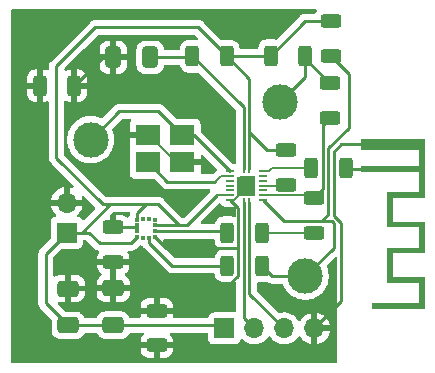
<source format=gbr>
%TF.GenerationSoftware,KiCad,Pcbnew,9.0.0*%
%TF.CreationDate,2025-03-07T11:03:18+01:00*%
%TF.ProjectId,PCB_rigide,5043425f-7269-4676-9964-652e6b696361,rev?*%
%TF.SameCoordinates,Original*%
%TF.FileFunction,Copper,L1,Top*%
%TF.FilePolarity,Positive*%
%FSLAX46Y46*%
G04 Gerber Fmt 4.6, Leading zero omitted, Abs format (unit mm)*
G04 Created by KiCad (PCBNEW 9.0.0) date 2025-03-07 11:03:18*
%MOMM*%
%LPD*%
G01*
G04 APERTURE LIST*
G04 Aperture macros list*
%AMRoundRect*
0 Rectangle with rounded corners*
0 $1 Rounding radius*
0 $2 $3 $4 $5 $6 $7 $8 $9 X,Y pos of 4 corners*
0 Add a 4 corners polygon primitive as box body*
4,1,4,$2,$3,$4,$5,$6,$7,$8,$9,$2,$3,0*
0 Add four circle primitives for the rounded corners*
1,1,$1+$1,$2,$3*
1,1,$1+$1,$4,$5*
1,1,$1+$1,$6,$7*
1,1,$1+$1,$8,$9*
0 Add four rect primitives between the rounded corners*
20,1,$1+$1,$2,$3,$4,$5,0*
20,1,$1+$1,$4,$5,$6,$7,0*
20,1,$1+$1,$6,$7,$8,$9,0*
20,1,$1+$1,$8,$9,$2,$3,0*%
%AMFreePoly0*
4,1,14,0.849707,0.749707,0.850000,0.749000,0.850000,-0.749000,0.849707,-0.749707,0.849000,-0.750000,-0.750000,-0.750000,-0.750000,-0.550414,-0.849707,-0.450707,-0.850000,-0.450000,-0.850000,0.749000,-0.849707,0.749707,-0.849000,0.750000,0.849000,0.750000,0.849707,0.749707,0.849707,0.749707,$1*%
G04 Aperture macros list end*
%TA.AperFunction,EtchedComponent*%
%ADD10C,0.000000*%
%TD*%
%TA.AperFunction,ComponentPad*%
%ADD11C,3.000000*%
%TD*%
%TA.AperFunction,SMDPad,CuDef*%
%ADD12RoundRect,0.250000X-0.312500X-0.625000X0.312500X-0.625000X0.312500X0.625000X-0.312500X0.625000X0*%
%TD*%
%TA.AperFunction,ConnectorPad*%
%ADD13R,0.500000X0.500000*%
%TD*%
%TA.AperFunction,ComponentPad*%
%ADD14R,0.500000X0.900000*%
%TD*%
%TA.AperFunction,SMDPad,CuDef*%
%ADD15RoundRect,0.250000X-0.625000X0.312500X-0.625000X-0.312500X0.625000X-0.312500X0.625000X0.312500X0*%
%TD*%
%TA.AperFunction,SMDPad,CuDef*%
%ADD16RoundRect,0.250000X0.625000X-0.312500X0.625000X0.312500X-0.625000X0.312500X-0.625000X-0.312500X0*%
%TD*%
%TA.AperFunction,SMDPad,CuDef*%
%ADD17RoundRect,0.250000X0.650000X-0.412500X0.650000X0.412500X-0.650000X0.412500X-0.650000X-0.412500X0*%
%TD*%
%TA.AperFunction,ComponentPad*%
%ADD18O,1.700000X1.700000*%
%TD*%
%TA.AperFunction,ComponentPad*%
%ADD19R,1.700000X1.700000*%
%TD*%
%TA.AperFunction,SMDPad,CuDef*%
%ADD20RoundRect,0.250000X0.312500X0.625000X-0.312500X0.625000X-0.312500X-0.625000X0.312500X-0.625000X0*%
%TD*%
%TA.AperFunction,SMDPad,CuDef*%
%ADD21R,2.100000X1.800000*%
%TD*%
%TA.AperFunction,SMDPad,CuDef*%
%ADD22R,0.350000X0.300000*%
%TD*%
%TA.AperFunction,SMDPad,CuDef*%
%ADD23R,0.300000X0.350000*%
%TD*%
%TA.AperFunction,SMDPad,CuDef*%
%ADD24RoundRect,0.060500X-0.269500X0.049500X-0.269500X-0.049500X0.269500X-0.049500X0.269500X0.049500X0*%
%TD*%
%TA.AperFunction,SMDPad,CuDef*%
%ADD25RoundRect,0.060500X-0.049500X0.269500X-0.049500X-0.269500X0.049500X-0.269500X0.049500X0.269500X0*%
%TD*%
%TA.AperFunction,SMDPad,CuDef*%
%ADD26FreePoly0,270.000000*%
%TD*%
%TA.AperFunction,SMDPad,CuDef*%
%ADD27RoundRect,0.250000X0.412500X0.650000X-0.412500X0.650000X-0.412500X-0.650000X0.412500X-0.650000X0*%
%TD*%
%TA.AperFunction,Conductor*%
%ADD28C,0.150000*%
%TD*%
%TA.AperFunction,Conductor*%
%ADD29C,0.250000*%
%TD*%
G04 APERTURE END LIST*
D10*
%TA.AperFunction,EtchedComponent*%
%TO.C,AE1*%
G36*
X106800215Y-35364000D02*
G01*
X111957000Y-35364000D01*
X111957000Y-40364000D01*
X109317000Y-40364000D01*
X109317000Y-42364000D01*
X111957000Y-42364000D01*
X111957000Y-45064000D01*
X109317000Y-45064000D01*
X109317000Y-47064000D01*
X111957000Y-47064000D01*
X111957000Y-49764000D01*
X107517000Y-49764000D01*
X107517000Y-49264000D01*
X111457000Y-49264000D01*
X111457000Y-47564000D01*
X108817000Y-47564000D01*
X108817000Y-44564000D01*
X111457000Y-44564000D01*
X111457000Y-42864000D01*
X108817000Y-42864000D01*
X108817000Y-39864000D01*
X111457000Y-39864000D01*
X111457000Y-38164000D01*
X106557000Y-38164000D01*
X106557000Y-37664000D01*
X111457000Y-37664000D01*
X111457000Y-36264000D01*
X106557000Y-36264000D01*
X106557000Y-35788844D01*
X106660957Y-35788844D01*
X106661700Y-35837363D01*
X106674600Y-35882878D01*
X106685213Y-35901489D01*
X106720447Y-35935132D01*
X106765632Y-35955691D01*
X106815158Y-35962222D01*
X106863417Y-35953782D01*
X106895643Y-35936888D01*
X106928313Y-35901628D01*
X106948408Y-35856318D01*
X106954982Y-35806733D01*
X106947092Y-35758647D01*
X106930186Y-35725755D01*
X106893416Y-35690815D01*
X106848622Y-35671153D01*
X106800215Y-35666417D01*
X106752605Y-35676258D01*
X106710203Y-35700326D01*
X106677419Y-35738269D01*
X106673065Y-35746181D01*
X106660957Y-35788844D01*
X106557000Y-35788844D01*
X106557000Y-35364000D01*
X106800215Y-35364000D01*
G37*
%TD.AperFunction*%
%TD*%
D11*
%TO.P,J3,1,Pin_1*%
%TO.N,XO_N*%
X83693000Y-35433000D03*
%TD*%
D12*
%TO.P,R12,1*%
%TO.N,RF_TX*%
X102358000Y-37846000D03*
%TO.P,R12,2*%
X105283000Y-37846000D03*
%TD*%
D13*
%TO.P,AE1,1*%
%TO.N,RF_TX*%
X106807000Y-37914000D03*
D14*
%TO.P,AE1,2*%
%TO.N,GND*%
X106807000Y-35814000D03*
%TD*%
D15*
%TO.P,R10,1*%
%TO.N,VCC*%
X104013000Y-25400000D03*
%TO.P,R10,2*%
%TO.N,I2C_SCL*%
X104013000Y-28325000D03*
%TD*%
D16*
%TO.P,R4,2*%
%TO.N,I2C_SDA*%
X102616000Y-40386000D03*
%TO.P,R4,1*%
X102616000Y-43311000D03*
%TD*%
D15*
%TO.P,R1,2*%
%TO.N,VCC*%
X100203000Y-39243000D03*
%TO.P,R1,1*%
X100203000Y-36318000D03*
%TD*%
D12*
%TO.P,R9,1*%
%TO.N,GND*%
X79371000Y-30861000D03*
%TO.P,R9,2*%
X82296000Y-30861000D03*
%TD*%
D17*
%TO.P,C1,2*%
%TO.N,GND*%
X85598000Y-48006000D03*
%TO.P,C1,1*%
%TO.N,VCC*%
X85598000Y-51131000D03*
%TD*%
D16*
%TO.P,R8,1*%
%TO.N,GND*%
X89281000Y-52836000D03*
%TO.P,R8,2*%
X89281000Y-49911000D03*
%TD*%
%TO.P,R6,1*%
%TO.N,GND*%
X85598000Y-45785500D03*
%TO.P,R6,2*%
X85598000Y-42860500D03*
%TD*%
D18*
%TO.P,J2,4,Pin_4*%
%TO.N,GND*%
X102616000Y-51409600D03*
%TO.P,J2,3,Pin_3*%
%TO.N,UART_TX*%
X100076000Y-51409600D03*
%TO.P,J2,2,Pin_2*%
%TO.N,UART_RX*%
X97536000Y-51409600D03*
D19*
%TO.P,J2,1,Pin_1*%
%TO.N,VCC*%
X94996000Y-51409600D03*
%TD*%
D12*
%TO.P,R7,1*%
%TO.N,I2C_SDA*%
X95250000Y-43307000D03*
%TO.P,R7,2*%
X98175000Y-43307000D03*
%TD*%
D16*
%TO.P,R2,1*%
%TO.N,I2C_SDA*%
X103936800Y-33582800D03*
%TO.P,R2,2*%
X103936800Y-30657800D03*
%TD*%
D20*
%TO.P,R5,1*%
%TO.N,VCC*%
X95227000Y-28371800D03*
%TO.P,R5,2*%
%TO.N,Net-(U1-EN)*%
X92302000Y-28371800D03*
%TD*%
D21*
%TO.P,Y1,1,1*%
%TO.N,XO_P*%
X88540000Y-37352000D03*
%TO.P,Y1,2,2*%
%TO.N,GND*%
X91440000Y-37352000D03*
%TO.P,Y1,3,3*%
%TO.N,XO_N*%
X91440000Y-35052000D03*
%TO.P,Y1,4,4*%
%TO.N,GND*%
X88540000Y-35052000D03*
%TD*%
D19*
%TO.P,J1,1,Pin_1*%
%TO.N,VCC*%
X81661000Y-43307000D03*
D18*
%TO.P,J1,2,Pin_2*%
%TO.N,GND*%
X81661000Y-40767000D03*
%TD*%
D22*
%TO.P,U2,1,SDO*%
%TO.N,GND*%
X89163000Y-43689000D03*
%TO.P,U2,2,SDX*%
%TO.N,I2C_SDA*%
X89163000Y-43189000D03*
%TO.P,U2,3,VDDIO*%
%TO.N,VCC*%
X89163000Y-42689000D03*
%TO.P,U2,4*%
%TO.N,N/C*%
X89163000Y-42189000D03*
D23*
%TO.P,U2,5,INT1*%
%TO.N,unconnected-(U2-INT1-Pad5)*%
X88638000Y-42164000D03*
%TO.P,U2,6,INT2*%
%TO.N,unconnected-(U2-INT2-Pad6)*%
X88138000Y-42164000D03*
D22*
%TO.P,U2,7,VDD*%
%TO.N,VCC*%
X87613000Y-42189000D03*
%TO.P,U2,8,GNDIO*%
%TO.N,GND*%
X87613000Y-42689000D03*
%TO.P,U2,9,GND*%
X87613000Y-43189000D03*
%TO.P,U2,10,~{CSB}*%
%TO.N,VCC*%
X87613000Y-43689000D03*
D23*
%TO.P,U2,11*%
%TO.N,N/C*%
X88138000Y-43714000D03*
%TO.P,U2,12,SCX*%
%TO.N,I2C_SCL*%
X88638000Y-43714000D03*
%TD*%
D17*
%TO.P,C2,1*%
%TO.N,VCC*%
X81788000Y-51155600D03*
%TO.P,C2,2*%
%TO.N,GND*%
X81788000Y-48030600D03*
%TD*%
D11*
%TO.P,J5,1,Pin_1*%
%TO.N,I2C_SDA*%
X99695000Y-32258000D03*
%TD*%
D12*
%TO.P,R3,1*%
%TO.N,I2C_SCL*%
X95246000Y-46101000D03*
%TO.P,R3,2*%
X98171000Y-46101000D03*
%TD*%
D11*
%TO.P,J4,1,Pin_1*%
%TO.N,I2C_SCL*%
X101854000Y-46990000D03*
%TD*%
D24*
%TO.P,U1,1,XO_N*%
%TO.N,XO_N*%
X95454600Y-38121800D03*
%TO.P,U1,2,XO_P*%
%TO.N,XO_P*%
X95454600Y-38521800D03*
%TO.P,U1,3,MGPIO7*%
%TO.N,unconnected-(U1-MGPIO7-Pad3)*%
X95454600Y-38921800D03*
%TO.P,U1,4,MGPIO6*%
%TO.N,unconnected-(U1-MGPIO6-Pad4)*%
X95454600Y-39321800D03*
%TO.P,U1,5,MGPIO5*%
%TO.N,unconnected-(U1-MGPIO5-Pad5)*%
X95454600Y-39721800D03*
%TO.P,U1,6,SW0*%
%TO.N,VCC*%
X95454600Y-40121800D03*
%TO.P,U1,7,SW1*%
%TO.N,GND*%
X95454600Y-40521800D03*
D25*
%TO.P,U1,8,RX/GPIO0*%
%TO.N,UART_RX*%
X96629600Y-40741800D03*
%TO.P,U1,9,TX/GPIO1*%
%TO.N,UART_TX*%
X97129600Y-40746800D03*
D24*
%TO.P,U1,10,GPIO2*%
%TO.N,I2C_SCL*%
X98304600Y-40521800D03*
%TO.P,U1,11,GPIO3*%
%TO.N,I2C_SDA*%
X98304600Y-40121800D03*
%TO.P,U1,12,MGPIO4*%
%TO.N,unconnected-(U1-MGPIO4-Pad12)*%
X98304600Y-39721800D03*
%TO.P,U1,13,VDDQ*%
%TO.N,VCC*%
X98304600Y-39321800D03*
%TO.P,U1,14,RTC_P*%
%TO.N,unconnected-(U1-RTC_P-Pad14)*%
X98304600Y-38921800D03*
%TO.P,U1,15,RTC_N*%
%TO.N,unconnected-(U1-RTC_N-Pad15)*%
X98304600Y-38521800D03*
%TO.P,U1,16,RF_TX*%
%TO.N,RF_TX*%
X98304600Y-38121800D03*
D25*
%TO.P,U1,17,VCC*%
%TO.N,VCC*%
X97129600Y-37896800D03*
%TO.P,U1,18,EN*%
%TO.N,Net-(U1-EN)*%
X96629600Y-37896800D03*
D26*
%TO.P,U1,19,GND*%
%TO.N,GND*%
X96879600Y-39321800D03*
%TD*%
D27*
%TO.P,C3,1*%
%TO.N,Net-(U1-EN)*%
X88723000Y-28448000D03*
%TO.P,C3,2*%
%TO.N,GND*%
X85598000Y-28448000D03*
%TD*%
D12*
%TO.P,R11,1*%
%TO.N,VCC*%
X98929000Y-28321000D03*
%TO.P,R11,2*%
%TO.N,I2C_SDA*%
X101854000Y-28321000D03*
%TD*%
D28*
%TO.N,GND*%
X90946000Y-37352000D02*
X91440000Y-37352000D01*
X88646000Y-35052000D02*
X90946000Y-37352000D01*
X88540000Y-35052000D02*
X88646000Y-35052000D01*
D29*
%TO.N,I2C_SDA*%
X103366000Y-39636000D02*
X102616000Y-40386000D01*
X103366000Y-34153600D02*
X103366000Y-39636000D01*
X103936800Y-33582800D02*
X103366000Y-34153600D01*
%TO.N,I2C_SCL*%
X105537000Y-29849000D02*
X104013000Y-28325000D01*
X103817000Y-36137000D02*
X105537000Y-34417000D01*
X105537000Y-34417000D02*
X105537000Y-29849000D01*
X103817000Y-41735900D02*
X103817000Y-36137000D01*
X103251000Y-42301900D02*
X103817000Y-41735900D01*
X103251000Y-42301900D02*
X100048700Y-42301900D01*
X100048700Y-42301900D02*
X98304600Y-40557800D01*
X104080190Y-42301900D02*
X103251000Y-42301900D01*
X104267000Y-42488710D02*
X104080190Y-42301900D01*
X104267000Y-44577000D02*
X104267000Y-42488710D01*
X101854000Y-46990000D02*
X104267000Y-44577000D01*
D28*
%TO.N,RF_TX*%
X98784200Y-38121800D02*
X98304600Y-38121800D01*
X99060000Y-37846000D02*
X98784200Y-38121800D01*
X102358000Y-37846000D02*
X99060000Y-37846000D01*
D29*
%TO.N,VCC*%
X79883000Y-49250600D02*
X81788000Y-51155600D01*
X79883000Y-45085000D02*
X79883000Y-49250600D01*
X81661000Y-43307000D02*
X79883000Y-45085000D01*
D28*
%TO.N,XO_P*%
X94701200Y-38521800D02*
X94234000Y-38989000D01*
X95454600Y-38521800D02*
X94701200Y-38521800D01*
D29*
X90177000Y-38989000D02*
X94234000Y-38989000D01*
X88540000Y-37352000D02*
X90177000Y-38989000D01*
%TO.N,VCC*%
X91804000Y-42689000D02*
X94371200Y-40121800D01*
X91186000Y-42689000D02*
X91804000Y-42689000D01*
X89163000Y-42689000D02*
X91186000Y-42689000D01*
D28*
%TO.N,XO_P*%
X95454600Y-38521800D02*
X95448400Y-38528000D01*
D29*
%TO.N,XO_N*%
X92420800Y-35052000D02*
X95454600Y-38085800D01*
X91440000Y-35052000D02*
X92420800Y-35052000D01*
X89408000Y-33020000D02*
X91440000Y-35052000D01*
X86106000Y-33020000D02*
X89408000Y-33020000D01*
X83693000Y-35433000D02*
X86106000Y-33020000D01*
%TO.N,VCC*%
X101850000Y-25400000D02*
X104013000Y-25400000D01*
X98929000Y-28321000D02*
X101850000Y-25400000D01*
%TO.N,I2C_SCL*%
X99060000Y-46990000D02*
X101854000Y-46990000D01*
X98171000Y-46101000D02*
X99060000Y-46990000D01*
%TO.N,GND*%
X104922000Y-49103600D02*
X102616000Y-51409600D01*
X104922000Y-42505900D02*
X104922000Y-49103600D01*
X104267000Y-41850900D02*
X104922000Y-42505900D01*
X104920986Y-35814000D02*
X104267000Y-36467986D01*
X104267000Y-36467986D02*
X104267000Y-41850900D01*
X106807000Y-35814000D02*
X104920986Y-35814000D01*
D28*
%TO.N,RF_TX*%
X102082200Y-38121800D02*
X102358000Y-37846000D01*
D29*
X105351000Y-37914000D02*
X105283000Y-37846000D01*
X106807000Y-37914000D02*
X105351000Y-37914000D01*
%TO.N,VCC*%
X98649600Y-36318000D02*
X97129600Y-34798000D01*
X100203000Y-36318000D02*
X98649600Y-36318000D01*
%TO.N,I2C_SDA*%
X101854000Y-28575000D02*
X101854000Y-28321000D01*
X103936800Y-30657800D02*
X101854000Y-28575000D01*
D28*
X98179000Y-43311000D02*
X98175000Y-43307000D01*
X102616000Y-43311000D02*
X98179000Y-43311000D01*
X102351800Y-40121800D02*
X102616000Y-40386000D01*
X98304600Y-40121800D02*
X102351800Y-40121800D01*
%TO.N,VCC*%
X99743200Y-39321800D02*
X100203000Y-38862000D01*
X98304600Y-39321800D02*
X99743200Y-39321800D01*
D29*
X97129600Y-34798000D02*
X97129600Y-30274400D01*
X85344000Y-40894000D02*
X82931000Y-43307000D01*
X82931000Y-43307000D02*
X81661000Y-43307000D01*
X85852000Y-40894000D02*
X85344000Y-40894000D01*
%TO.N,GND*%
X84709000Y-28448000D02*
X85598000Y-28448000D01*
X82296000Y-30861000D02*
X84709000Y-28448000D01*
%TO.N,VCC*%
X80772000Y-29210000D02*
X84074000Y-25908000D01*
X84074000Y-25908000D02*
X92763200Y-25908000D01*
X85852000Y-40894000D02*
X84709000Y-40894000D01*
X80772000Y-36957000D02*
X80772000Y-29210000D01*
X85852000Y-40894000D02*
X88392000Y-40894000D01*
X84709000Y-40894000D02*
X80772000Y-36957000D01*
X92763200Y-25908000D02*
X95227000Y-28371800D01*
%TO.N,GND*%
X87441500Y-42860500D02*
X87613000Y-42689000D01*
X85598000Y-42860500D02*
X87441500Y-42860500D01*
%TO.N,VCC*%
X83566000Y-43307000D02*
X81661000Y-43307000D01*
X84459000Y-44200000D02*
X83566000Y-43307000D01*
%TO.N,GND*%
X87613000Y-42689000D02*
X87613000Y-43189000D01*
X90051000Y-44577000D02*
X96138500Y-44577000D01*
X89163000Y-43689000D02*
X90051000Y-44577000D01*
X96138500Y-44577000D02*
X96138500Y-41205700D01*
D28*
X95851160Y-40521800D02*
X96879600Y-39493360D01*
X96879600Y-39493360D02*
X96879600Y-39321800D01*
X95454600Y-40521800D02*
X95851160Y-40521800D01*
D29*
X96138500Y-41205700D02*
X95490600Y-40557800D01*
X96138500Y-46967514D02*
X96138500Y-44577000D01*
X95100014Y-48006000D02*
X96138500Y-46967514D01*
X85598000Y-48006000D02*
X95100014Y-48006000D01*
%TO.N,I2C_SDA*%
X101854000Y-30099000D02*
X99695000Y-32258000D01*
X101854000Y-28321000D02*
X101854000Y-30099000D01*
%TO.N,VCC*%
X95227000Y-28371800D02*
X98878200Y-28371800D01*
X98878200Y-28371800D02*
X98929000Y-28321000D01*
%TO.N,I2C_SDA*%
X95132000Y-43189000D02*
X89163000Y-43189000D01*
X95250000Y-43307000D02*
X95132000Y-43189000D01*
%TO.N,VCC*%
X88074500Y-41211500D02*
X88392000Y-40894000D01*
%TO.N,GND*%
X85573400Y-48030600D02*
X85598000Y-48006000D01*
%TO.N,VCC*%
X94717400Y-51131000D02*
X94996000Y-51409600D01*
X85598000Y-51131000D02*
X94717400Y-51131000D01*
X81788000Y-51155600D02*
X85573400Y-51155600D01*
X85573400Y-51155600D02*
X85598000Y-51131000D01*
D28*
%TO.N,GND*%
X88990000Y-35052000D02*
X88540000Y-35052000D01*
D29*
X81654800Y-48163800D02*
X81788000Y-48030600D01*
%TO.N,VCC*%
X88392000Y-40894000D02*
X89391000Y-40894000D01*
X97129600Y-30274400D02*
X95227000Y-28371800D01*
X87613000Y-42189000D02*
X87613000Y-41673000D01*
X97129600Y-37896800D02*
X97129600Y-34798000D01*
X87613000Y-41673000D02*
X88074500Y-41211500D01*
X89391000Y-40894000D02*
X91186000Y-42689000D01*
D28*
X95454600Y-40121800D02*
X94371200Y-40121800D01*
D29*
%TO.N,Net-(U1-EN)*%
X92151200Y-28371800D02*
X92075000Y-28448000D01*
X92302000Y-28371800D02*
X92151200Y-28371800D01*
X92075000Y-28448000D02*
X88723000Y-28448000D01*
X96629600Y-37896800D02*
X96629600Y-32699400D01*
X96629600Y-32699400D02*
X92302000Y-28371800D01*
%TO.N,UART_TX*%
X97129600Y-48463200D02*
X100076000Y-51409600D01*
X97129600Y-40746800D02*
X97129600Y-48463200D01*
%TO.N,UART_RX*%
X96629600Y-40741800D02*
X96629600Y-50503200D01*
X96629600Y-50503200D02*
X97536000Y-51409600D01*
%TO.N,I2C_SCL*%
X88638000Y-43714000D02*
X88638000Y-44141000D01*
X88638000Y-44141000D02*
X90598000Y-46101000D01*
X90598000Y-46101000D02*
X95246000Y-46101000D01*
%TO.N,VCC*%
X87102000Y-44200000D02*
X84459000Y-44200000D01*
X87102000Y-44200000D02*
X87613000Y-43689000D01*
%TO.N,GND*%
X88540000Y-35052000D02*
X87630000Y-35052000D01*
D28*
X88540000Y-35052000D02*
X88690000Y-35052000D01*
%TD*%
%TA.AperFunction,Conductor*%
%TO.N,GND*%
G36*
X102742073Y-24387319D02*
G01*
X102753796Y-24386157D01*
X102774981Y-24396982D01*
X102797809Y-24403685D01*
X102805523Y-24412587D01*
X102816014Y-24417948D01*
X102827985Y-24438509D01*
X102843564Y-24456489D01*
X102845240Y-24468148D01*
X102851168Y-24478330D01*
X102850121Y-24502097D01*
X102853508Y-24525647D01*
X102848613Y-24536363D01*
X102848096Y-24548132D01*
X102832037Y-24579561D01*
X102825932Y-24588199D01*
X102795288Y-24618844D01*
X102733577Y-24718893D01*
X102731339Y-24722061D01*
X102706871Y-24741446D01*
X102683663Y-24762321D01*
X102679712Y-24762963D01*
X102676575Y-24765450D01*
X102630072Y-24774500D01*
X101788389Y-24774500D01*
X101737535Y-24784615D01*
X101737530Y-24784616D01*
X101727971Y-24786518D01*
X101667548Y-24798537D01*
X101620397Y-24818067D01*
X101553715Y-24845688D01*
X101553714Y-24845689D01*
X101531347Y-24860633D01*
X101531344Y-24860635D01*
X101451268Y-24914140D01*
X101407705Y-24957703D01*
X101364142Y-25001267D01*
X101364139Y-25001270D01*
X99449672Y-26915736D01*
X99388349Y-26949221D01*
X99349388Y-26951413D01*
X99291510Y-26945500D01*
X98566498Y-26945500D01*
X98566480Y-26945501D01*
X98463703Y-26956000D01*
X98463700Y-26956001D01*
X98297168Y-27011185D01*
X98297163Y-27011187D01*
X98147842Y-27103289D01*
X98023789Y-27227342D01*
X97931687Y-27376663D01*
X97931685Y-27376668D01*
X97914852Y-27427468D01*
X97897887Y-27478666D01*
X97876501Y-27543204D01*
X97876500Y-27543205D01*
X97867133Y-27634902D01*
X97840737Y-27699594D01*
X97783556Y-27739745D01*
X97743775Y-27746300D01*
X96407035Y-27746300D01*
X96339996Y-27726615D01*
X96294241Y-27673811D01*
X96283677Y-27634902D01*
X96282840Y-27626712D01*
X96279499Y-27594003D01*
X96224314Y-27427466D01*
X96132212Y-27278144D01*
X96008156Y-27154088D01*
X95858834Y-27061986D01*
X95692297Y-27006801D01*
X95692295Y-27006800D01*
X95589510Y-26996300D01*
X94864498Y-26996300D01*
X94864477Y-26996302D01*
X94806607Y-27002213D01*
X94737914Y-26989442D01*
X94706326Y-26966536D01*
X93259022Y-25519232D01*
X93249059Y-25509269D01*
X93249058Y-25509267D01*
X93161933Y-25422142D01*
X93110709Y-25387915D01*
X93059486Y-25353688D01*
X93059483Y-25353686D01*
X93059480Y-25353685D01*
X92985803Y-25323168D01*
X92985801Y-25323167D01*
X92978992Y-25320347D01*
X92945652Y-25306537D01*
X92885229Y-25294518D01*
X92880506Y-25293578D01*
X92880504Y-25293578D01*
X92824810Y-25282500D01*
X92824807Y-25282500D01*
X92824806Y-25282500D01*
X84135607Y-25282500D01*
X84012393Y-25282500D01*
X84012389Y-25282500D01*
X83956697Y-25293578D01*
X83951971Y-25294518D01*
X83908743Y-25303116D01*
X83891546Y-25306537D01*
X83777716Y-25353687D01*
X83777707Y-25353692D01*
X83675268Y-25422140D01*
X83631705Y-25465703D01*
X83588142Y-25509267D01*
X80286144Y-28811264D01*
X80286138Y-28811272D01*
X80251914Y-28862489D01*
X80251915Y-28862490D01*
X80217691Y-28913708D01*
X80217689Y-28913712D01*
X80217688Y-28913714D01*
X80193023Y-28973263D01*
X80170537Y-29027548D01*
X80161397Y-29073500D01*
X80146577Y-29148009D01*
X80146500Y-29148394D01*
X80146500Y-29149376D01*
X80146500Y-29427598D01*
X80126815Y-29494637D01*
X80074011Y-29540392D01*
X80004853Y-29550336D01*
X79983497Y-29545304D01*
X79836200Y-29496495D01*
X79836190Y-29496493D01*
X79733486Y-29486000D01*
X79621000Y-29486000D01*
X79621000Y-32235999D01*
X79733472Y-32235999D01*
X79733486Y-32235998D01*
X79836195Y-32225506D01*
X79983495Y-32176695D01*
X80053324Y-32174293D01*
X80113366Y-32210024D01*
X80144559Y-32272545D01*
X80146500Y-32294401D01*
X80146500Y-37018609D01*
X80170100Y-37137258D01*
X80170102Y-37137267D01*
X80170537Y-37139451D01*
X80217688Y-37253286D01*
X80242483Y-37290393D01*
X80286142Y-37355733D01*
X80373267Y-37442858D01*
X80373270Y-37442860D01*
X80380976Y-37450566D01*
X82209652Y-39279242D01*
X82243137Y-39340565D01*
X82238153Y-39410257D01*
X82196281Y-39466190D01*
X82130817Y-39490607D01*
X82083654Y-39484854D01*
X81977125Y-39450241D01*
X81911000Y-39439768D01*
X81911000Y-40333988D01*
X81853993Y-40301075D01*
X81726826Y-40267000D01*
X81595174Y-40267000D01*
X81468007Y-40301075D01*
X81411000Y-40333988D01*
X81411000Y-39439768D01*
X81410999Y-39439768D01*
X81344875Y-39450241D01*
X81142784Y-39515903D01*
X80953442Y-39612379D01*
X80781540Y-39737272D01*
X80781535Y-39737276D01*
X80631276Y-39887535D01*
X80631272Y-39887540D01*
X80506379Y-40059442D01*
X80409904Y-40248782D01*
X80344242Y-40450870D01*
X80344242Y-40450873D01*
X80333769Y-40517000D01*
X81227988Y-40517000D01*
X81195075Y-40574007D01*
X81161000Y-40701174D01*
X81161000Y-40832826D01*
X81195075Y-40959993D01*
X81227988Y-41017000D01*
X80333769Y-41017000D01*
X80344242Y-41083126D01*
X80344242Y-41083129D01*
X80409904Y-41285217D01*
X80506379Y-41474557D01*
X80631272Y-41646459D01*
X80631276Y-41646464D01*
X80744946Y-41760134D01*
X80778431Y-41821457D01*
X80773447Y-41891149D01*
X80731575Y-41947082D01*
X80700598Y-41963997D01*
X80568671Y-42013202D01*
X80568664Y-42013206D01*
X80453455Y-42099452D01*
X80453452Y-42099455D01*
X80367206Y-42214664D01*
X80367202Y-42214671D01*
X80316908Y-42349517D01*
X80310501Y-42409116D01*
X80310500Y-42409135D01*
X80310500Y-43721546D01*
X80290815Y-43788585D01*
X80274180Y-43809227D01*
X79484269Y-44599140D01*
X79484267Y-44599142D01*
X79457630Y-44625779D01*
X79397142Y-44686266D01*
X79374511Y-44720135D01*
X79374505Y-44720144D01*
X79370927Y-44725501D01*
X79328688Y-44788714D01*
X79295347Y-44869207D01*
X79289558Y-44883181D01*
X79281537Y-44902545D01*
X79281535Y-44902553D01*
X79257500Y-45023389D01*
X79257500Y-49312211D01*
X79281535Y-49433044D01*
X79281540Y-49433061D01*
X79328685Y-49546880D01*
X79328687Y-49546883D01*
X79328688Y-49546886D01*
X79362915Y-49598109D01*
X79397142Y-49649333D01*
X79484267Y-49736458D01*
X79484270Y-49736460D01*
X79491554Y-49743744D01*
X80351181Y-50603371D01*
X80384666Y-50664694D01*
X80387500Y-50691052D01*
X80387500Y-51618101D01*
X80387501Y-51618119D01*
X80398000Y-51720896D01*
X80398001Y-51720899D01*
X80453185Y-51887431D01*
X80453187Y-51887436D01*
X80488069Y-51943988D01*
X80545288Y-52036756D01*
X80669344Y-52160812D01*
X80818666Y-52252914D01*
X80985203Y-52308099D01*
X81087991Y-52318600D01*
X82488008Y-52318599D01*
X82590797Y-52308099D01*
X82757334Y-52252914D01*
X82906656Y-52160812D01*
X83030712Y-52036756D01*
X83122814Y-51887434D01*
X83125112Y-51880500D01*
X83129886Y-51866094D01*
X83169659Y-51808650D01*
X83234175Y-51781828D01*
X83247591Y-51781100D01*
X84146561Y-51781100D01*
X84213600Y-51800785D01*
X84259355Y-51853589D01*
X84261914Y-51860106D01*
X84263187Y-51862836D01*
X84284967Y-51898147D01*
X84355288Y-52012156D01*
X84479344Y-52136212D01*
X84628666Y-52228314D01*
X84795203Y-52283499D01*
X84897991Y-52294000D01*
X86298008Y-52293999D01*
X86400797Y-52283499D01*
X86567334Y-52228314D01*
X86716656Y-52136212D01*
X86840712Y-52012156D01*
X86932814Y-51862834D01*
X86935878Y-51853589D01*
X86939886Y-51841494D01*
X86979659Y-51784050D01*
X87044175Y-51757228D01*
X87057591Y-51756500D01*
X88062977Y-51756500D01*
X88130016Y-51776185D01*
X88175771Y-51828989D01*
X88185715Y-51898147D01*
X88156690Y-51961703D01*
X88150658Y-51968181D01*
X88063684Y-52055154D01*
X87971643Y-52204375D01*
X87971641Y-52204380D01*
X87916494Y-52370802D01*
X87916493Y-52370809D01*
X87906000Y-52473513D01*
X87906000Y-52586000D01*
X90655999Y-52586000D01*
X90655999Y-52473528D01*
X90655998Y-52473513D01*
X90645505Y-52370802D01*
X90590358Y-52204380D01*
X90590356Y-52204375D01*
X90498315Y-52055154D01*
X90411342Y-51968181D01*
X90377857Y-51906858D01*
X90382841Y-51837166D01*
X90424713Y-51781233D01*
X90490177Y-51756816D01*
X90499023Y-51756500D01*
X93521501Y-51756500D01*
X93588540Y-51776185D01*
X93634295Y-51828989D01*
X93645501Y-51880500D01*
X93645501Y-52307476D01*
X93651908Y-52367083D01*
X93702202Y-52501928D01*
X93702206Y-52501935D01*
X93788452Y-52617144D01*
X93788455Y-52617147D01*
X93903664Y-52703393D01*
X93903671Y-52703397D01*
X94038517Y-52753691D01*
X94038516Y-52753691D01*
X94045444Y-52754435D01*
X94098127Y-52760100D01*
X95893872Y-52760099D01*
X95953483Y-52753691D01*
X96088331Y-52703396D01*
X96203546Y-52617146D01*
X96289796Y-52501931D01*
X96338810Y-52370516D01*
X96380681Y-52314584D01*
X96446145Y-52290166D01*
X96514418Y-52305017D01*
X96542673Y-52326169D01*
X96656213Y-52439709D01*
X96828179Y-52564648D01*
X96828181Y-52564649D01*
X96828184Y-52564651D01*
X97017588Y-52661157D01*
X97219757Y-52726846D01*
X97429713Y-52760100D01*
X97429714Y-52760100D01*
X97642286Y-52760100D01*
X97642287Y-52760100D01*
X97852243Y-52726846D01*
X98054412Y-52661157D01*
X98243816Y-52564651D01*
X98330138Y-52501935D01*
X98415786Y-52439709D01*
X98415788Y-52439706D01*
X98415792Y-52439704D01*
X98566104Y-52289392D01*
X98566106Y-52289388D01*
X98566109Y-52289386D01*
X98691048Y-52117420D01*
X98691047Y-52117420D01*
X98691051Y-52117416D01*
X98695514Y-52108654D01*
X98743488Y-52057859D01*
X98811308Y-52041063D01*
X98877444Y-52063599D01*
X98916486Y-52108656D01*
X98920951Y-52117420D01*
X99045890Y-52289386D01*
X99196213Y-52439709D01*
X99368179Y-52564648D01*
X99368181Y-52564649D01*
X99368184Y-52564651D01*
X99557588Y-52661157D01*
X99759757Y-52726846D01*
X99969713Y-52760100D01*
X99969714Y-52760100D01*
X100182286Y-52760100D01*
X100182287Y-52760100D01*
X100392243Y-52726846D01*
X100594412Y-52661157D01*
X100783816Y-52564651D01*
X100870138Y-52501935D01*
X100955786Y-52439709D01*
X100955788Y-52439706D01*
X100955792Y-52439704D01*
X101106104Y-52289392D01*
X101106106Y-52289388D01*
X101106109Y-52289386D01*
X101199522Y-52160812D01*
X101231051Y-52117416D01*
X101235793Y-52108108D01*
X101283763Y-52057311D01*
X101351583Y-52040511D01*
X101417719Y-52063045D01*
X101456763Y-52108100D01*
X101461377Y-52117155D01*
X101586272Y-52289059D01*
X101586276Y-52289064D01*
X101736535Y-52439323D01*
X101736540Y-52439327D01*
X101908442Y-52564220D01*
X102097782Y-52660695D01*
X102299871Y-52726357D01*
X102366000Y-52736831D01*
X102366000Y-51842612D01*
X102423007Y-51875525D01*
X102550174Y-51909600D01*
X102681826Y-51909600D01*
X102808993Y-51875525D01*
X102866000Y-51842612D01*
X102866000Y-52736830D01*
X102932126Y-52726357D01*
X102932129Y-52726357D01*
X103134217Y-52660695D01*
X103323557Y-52564220D01*
X103495459Y-52439327D01*
X103495464Y-52439323D01*
X103645723Y-52289064D01*
X103645727Y-52289059D01*
X103770620Y-52117157D01*
X103867095Y-51927817D01*
X103932757Y-51725729D01*
X103932757Y-51725726D01*
X103943231Y-51659600D01*
X103049012Y-51659600D01*
X103081925Y-51602593D01*
X103116000Y-51475426D01*
X103116000Y-51343774D01*
X103081925Y-51216607D01*
X103049012Y-51159600D01*
X103943231Y-51159600D01*
X103932757Y-51093473D01*
X103932757Y-51093470D01*
X103867095Y-50891382D01*
X103770620Y-50702042D01*
X103645727Y-50530140D01*
X103645723Y-50530135D01*
X103495464Y-50379876D01*
X103495459Y-50379872D01*
X103323557Y-50254979D01*
X103134215Y-50158503D01*
X102932124Y-50092841D01*
X102866000Y-50082368D01*
X102866000Y-50976588D01*
X102808993Y-50943675D01*
X102681826Y-50909600D01*
X102550174Y-50909600D01*
X102423007Y-50943675D01*
X102366000Y-50976588D01*
X102366000Y-50082368D01*
X102365999Y-50082368D01*
X102299875Y-50092841D01*
X102097784Y-50158503D01*
X101908442Y-50254979D01*
X101736540Y-50379872D01*
X101736535Y-50379876D01*
X101586276Y-50530135D01*
X101586272Y-50530140D01*
X101461378Y-50702043D01*
X101456762Y-50711102D01*
X101408784Y-50761895D01*
X101340963Y-50778687D01*
X101274829Y-50756146D01*
X101235794Y-50711093D01*
X101231051Y-50701784D01*
X101231049Y-50701781D01*
X101231048Y-50701779D01*
X101106109Y-50529813D01*
X100955786Y-50379490D01*
X100783820Y-50254551D01*
X100594414Y-50158044D01*
X100594413Y-50158043D01*
X100594412Y-50158043D01*
X100392243Y-50092354D01*
X100392241Y-50092353D01*
X100392240Y-50092353D01*
X100230957Y-50066808D01*
X100182287Y-50059100D01*
X99969713Y-50059100D01*
X99941006Y-50063646D01*
X99759757Y-50092353D01*
X99744158Y-50097422D01*
X99674317Y-50099416D01*
X99618161Y-50067171D01*
X97791419Y-48240429D01*
X97757934Y-48179106D01*
X97755100Y-48152748D01*
X97755100Y-47600499D01*
X97774785Y-47533460D01*
X97827589Y-47487705D01*
X97879095Y-47476499D01*
X98533508Y-47476499D01*
X98600767Y-47469628D01*
X98625385Y-47474204D01*
X98650420Y-47474651D01*
X98664800Y-47481531D01*
X98669459Y-47482397D01*
X98682250Y-47489878D01*
X98738190Y-47527256D01*
X98763710Y-47544309D01*
X98763712Y-47544310D01*
X98763715Y-47544312D01*
X98830396Y-47571931D01*
X98830398Y-47571933D01*
X98870640Y-47588601D01*
X98877548Y-47591463D01*
X98937971Y-47603481D01*
X98998393Y-47615500D01*
X98998394Y-47615500D01*
X99864911Y-47615500D01*
X99931950Y-47635185D01*
X99977705Y-47687989D01*
X99979472Y-47692047D01*
X100055953Y-47876690D01*
X100055958Y-47876700D01*
X100187075Y-48103803D01*
X100346718Y-48311851D01*
X100346726Y-48311860D01*
X100532140Y-48497274D01*
X100532148Y-48497281D01*
X100740196Y-48656924D01*
X100967299Y-48788041D01*
X100967309Y-48788046D01*
X101209571Y-48888394D01*
X101209581Y-48888398D01*
X101462884Y-48956270D01*
X101722880Y-48990500D01*
X101722887Y-48990500D01*
X101985113Y-48990500D01*
X101985120Y-48990500D01*
X102245116Y-48956270D01*
X102498419Y-48888398D01*
X102740697Y-48788043D01*
X102967803Y-48656924D01*
X103175851Y-48497282D01*
X103175855Y-48497277D01*
X103175860Y-48497274D01*
X103361274Y-48311860D01*
X103361277Y-48311855D01*
X103361282Y-48311851D01*
X103520924Y-48103803D01*
X103652043Y-47876697D01*
X103752398Y-47634419D01*
X103820270Y-47381116D01*
X103854500Y-47121120D01*
X103854500Y-46858880D01*
X103820270Y-46598884D01*
X103752398Y-46345581D01*
X103675911Y-46160926D01*
X103668443Y-46091461D01*
X103699718Y-46028982D01*
X103702761Y-46025827D01*
X104348101Y-45380488D01*
X104409422Y-45347005D01*
X104479114Y-45351989D01*
X104535047Y-45393861D01*
X104559464Y-45459325D01*
X104559779Y-45468690D01*
X104540412Y-50097422D01*
X104524509Y-53898499D01*
X104523111Y-54232519D01*
X104503146Y-54299475D01*
X104450151Y-54345009D01*
X104399112Y-54356000D01*
X77086000Y-54356000D01*
X77018961Y-54336315D01*
X76973206Y-54283511D01*
X76962000Y-54232000D01*
X76962000Y-53198486D01*
X87906001Y-53198486D01*
X87916494Y-53301197D01*
X87971641Y-53467619D01*
X87971643Y-53467624D01*
X88063684Y-53616845D01*
X88187654Y-53740815D01*
X88336875Y-53832856D01*
X88336880Y-53832858D01*
X88503302Y-53888005D01*
X88503309Y-53888006D01*
X88606019Y-53898499D01*
X89030999Y-53898499D01*
X89531000Y-53898499D01*
X89955972Y-53898499D01*
X89955986Y-53898498D01*
X90058697Y-53888005D01*
X90225119Y-53832858D01*
X90225124Y-53832856D01*
X90374345Y-53740815D01*
X90498315Y-53616845D01*
X90590356Y-53467624D01*
X90590358Y-53467619D01*
X90645505Y-53301197D01*
X90645506Y-53301190D01*
X90655999Y-53198486D01*
X90656000Y-53198473D01*
X90656000Y-53086000D01*
X89531000Y-53086000D01*
X89531000Y-53898499D01*
X89030999Y-53898499D01*
X89031000Y-53898498D01*
X89031000Y-53086000D01*
X87906001Y-53086000D01*
X87906001Y-53198486D01*
X76962000Y-53198486D01*
X76962000Y-31535986D01*
X78308501Y-31535986D01*
X78318994Y-31638697D01*
X78374141Y-31805119D01*
X78374143Y-31805124D01*
X78466184Y-31954345D01*
X78590154Y-32078315D01*
X78739375Y-32170356D01*
X78739380Y-32170358D01*
X78905802Y-32225505D01*
X78905809Y-32225506D01*
X79008519Y-32235999D01*
X79120999Y-32235999D01*
X79121000Y-32235998D01*
X79121000Y-31111000D01*
X78308501Y-31111000D01*
X78308501Y-31535986D01*
X76962000Y-31535986D01*
X76962000Y-30186013D01*
X78308500Y-30186013D01*
X78308500Y-30611000D01*
X79121000Y-30611000D01*
X79121000Y-29486000D01*
X79008527Y-29486000D01*
X79008512Y-29486001D01*
X78905802Y-29496494D01*
X78739380Y-29551641D01*
X78739375Y-29551643D01*
X78590154Y-29643684D01*
X78466184Y-29767654D01*
X78374143Y-29916875D01*
X78374141Y-29916880D01*
X78318994Y-30083302D01*
X78318993Y-30083309D01*
X78308500Y-30186013D01*
X76962000Y-30186013D01*
X76962000Y-24508000D01*
X76981685Y-24440961D01*
X77034489Y-24395206D01*
X77086000Y-24384000D01*
X102730770Y-24384000D01*
X102742073Y-24387319D01*
G37*
%TD.AperFunction*%
%TA.AperFunction,Conductor*%
G36*
X83322587Y-43952185D02*
G01*
X83343229Y-43968819D01*
X84060263Y-44685855D01*
X84060267Y-44685858D01*
X84162710Y-44754309D01*
X84162711Y-44754309D01*
X84162715Y-44754312D01*
X84229397Y-44781932D01*
X84276548Y-44801463D01*
X84313711Y-44808855D01*
X84320621Y-44811095D01*
X84343712Y-44826862D01*
X84368482Y-44839818D01*
X84372168Y-44846291D01*
X84378323Y-44850494D01*
X84389223Y-44876240D01*
X84403058Y-44900533D01*
X84402659Y-44907973D01*
X84405564Y-44914834D01*
X84400815Y-44942381D01*
X84399320Y-44970302D01*
X84394495Y-44979049D01*
X84393696Y-44983689D01*
X84389279Y-44988507D01*
X84383944Y-44998181D01*
X84384475Y-44998509D01*
X84288643Y-45153875D01*
X84288641Y-45153880D01*
X84233494Y-45320302D01*
X84233493Y-45320309D01*
X84223000Y-45423013D01*
X84223000Y-45535500D01*
X86972999Y-45535500D01*
X86972999Y-45423028D01*
X86972998Y-45423013D01*
X86962505Y-45320302D01*
X86907358Y-45153880D01*
X86907356Y-45153875D01*
X86821448Y-45014597D01*
X86803008Y-44947205D01*
X86823930Y-44880541D01*
X86877572Y-44835771D01*
X86926987Y-44825500D01*
X87163607Y-44825500D01*
X87224029Y-44813481D01*
X87284452Y-44801463D01*
X87317792Y-44787652D01*
X87398286Y-44754312D01*
X87449509Y-44720084D01*
X87500733Y-44685858D01*
X87587858Y-44598733D01*
X87587859Y-44598731D01*
X87594925Y-44591665D01*
X87594928Y-44591661D01*
X87769322Y-44417266D01*
X87830643Y-44383783D01*
X87865235Y-44381223D01*
X87877739Y-44382055D01*
X87880517Y-44383091D01*
X87940127Y-44389500D01*
X87989603Y-44389499D01*
X87993712Y-44389773D01*
X88022790Y-44400454D01*
X88052515Y-44409182D01*
X88056079Y-44412683D01*
X88059296Y-44413865D01*
X88065113Y-44421556D01*
X88088577Y-44444603D01*
X88114592Y-44483536D01*
X88114593Y-44483538D01*
X88152138Y-44539728D01*
X88152139Y-44539729D01*
X88152142Y-44539733D01*
X88239267Y-44626858D01*
X88239269Y-44626859D01*
X88246335Y-44633925D01*
X88246334Y-44633925D01*
X88246338Y-44633928D01*
X90199263Y-46586855D01*
X90199267Y-46586858D01*
X90301710Y-46655309D01*
X90301711Y-46655309D01*
X90301715Y-46655312D01*
X90368397Y-46682932D01*
X90415548Y-46702463D01*
X90435597Y-46706451D01*
X90500624Y-46719385D01*
X90536392Y-46726501D01*
X90536394Y-46726501D01*
X90665721Y-46726501D01*
X90665741Y-46726500D01*
X94065965Y-46726500D01*
X94133004Y-46746185D01*
X94178759Y-46798989D01*
X94189323Y-46837898D01*
X94193501Y-46878797D01*
X94193501Y-46878799D01*
X94242208Y-47025784D01*
X94248686Y-47045334D01*
X94340788Y-47194656D01*
X94464844Y-47318712D01*
X94614166Y-47410814D01*
X94780703Y-47465999D01*
X94883491Y-47476500D01*
X95608508Y-47476499D01*
X95608516Y-47476498D01*
X95608519Y-47476498D01*
X95675771Y-47469628D01*
X95711297Y-47465999D01*
X95841098Y-47422986D01*
X95910924Y-47420585D01*
X95970966Y-47456316D01*
X96002159Y-47518836D01*
X96004100Y-47540693D01*
X96004100Y-49935100D01*
X95984415Y-50002139D01*
X95931611Y-50047894D01*
X95880100Y-50059100D01*
X94098129Y-50059100D01*
X94098123Y-50059101D01*
X94038516Y-50065508D01*
X93903671Y-50115802D01*
X93903664Y-50115806D01*
X93788455Y-50202052D01*
X93788452Y-50202055D01*
X93702206Y-50317264D01*
X93702202Y-50317271D01*
X93662085Y-50424833D01*
X93620214Y-50480767D01*
X93554750Y-50505184D01*
X93545903Y-50505500D01*
X90769610Y-50505500D01*
X90702571Y-50485815D01*
X90656816Y-50433011D01*
X90646252Y-50368897D01*
X90655999Y-50273486D01*
X90656000Y-50273473D01*
X90656000Y-50161000D01*
X87906001Y-50161000D01*
X87906001Y-50273489D01*
X87915748Y-50368899D01*
X87902978Y-50437592D01*
X87855097Y-50488476D01*
X87792390Y-50505500D01*
X87057591Y-50505500D01*
X86990552Y-50485815D01*
X86944797Y-50433011D01*
X86939886Y-50420506D01*
X86932815Y-50399168D01*
X86920913Y-50379872D01*
X86840712Y-50249844D01*
X86716656Y-50125788D01*
X86567334Y-50033686D01*
X86400797Y-49978501D01*
X86400795Y-49978500D01*
X86298010Y-49968000D01*
X84897998Y-49968000D01*
X84897981Y-49968001D01*
X84795203Y-49978500D01*
X84795200Y-49978501D01*
X84628668Y-50033685D01*
X84628663Y-50033687D01*
X84479342Y-50125789D01*
X84355289Y-50249842D01*
X84263187Y-50399163D01*
X84263185Y-50399168D01*
X84247964Y-50445104D01*
X84208191Y-50502549D01*
X84143675Y-50529372D01*
X84130258Y-50530100D01*
X83247591Y-50530100D01*
X83180552Y-50510415D01*
X83134797Y-50457611D01*
X83129886Y-50445106D01*
X83122815Y-50423768D01*
X83107642Y-50399168D01*
X83030712Y-50274444D01*
X82906656Y-50150388D01*
X82812566Y-50092353D01*
X82757336Y-50058287D01*
X82757331Y-50058285D01*
X82725973Y-50047894D01*
X82590797Y-50003101D01*
X82590795Y-50003100D01*
X82488016Y-49992600D01*
X82488009Y-49992600D01*
X81560952Y-49992600D01*
X81493913Y-49972915D01*
X81473271Y-49956281D01*
X81065503Y-49548513D01*
X87906000Y-49548513D01*
X87906000Y-49661000D01*
X89031000Y-49661000D01*
X89531000Y-49661000D01*
X90655999Y-49661000D01*
X90655999Y-49548528D01*
X90655998Y-49548513D01*
X90645505Y-49445802D01*
X90590358Y-49279380D01*
X90590356Y-49279375D01*
X90498315Y-49130154D01*
X90374345Y-49006184D01*
X90225124Y-48914143D01*
X90225119Y-48914141D01*
X90058697Y-48858994D01*
X90058690Y-48858993D01*
X89955986Y-48848500D01*
X89531000Y-48848500D01*
X89531000Y-49661000D01*
X89031000Y-49661000D01*
X89031000Y-48848500D01*
X88606028Y-48848500D01*
X88606012Y-48848501D01*
X88503302Y-48858994D01*
X88336880Y-48914141D01*
X88336875Y-48914143D01*
X88187654Y-49006184D01*
X88063684Y-49130154D01*
X87971643Y-49279375D01*
X87971641Y-49279380D01*
X87916494Y-49445802D01*
X87916493Y-49445809D01*
X87906000Y-49548513D01*
X81065503Y-49548513D01*
X80913549Y-49396559D01*
X80880064Y-49335236D01*
X80885048Y-49265544D01*
X80926920Y-49209611D01*
X80992384Y-49185194D01*
X81013834Y-49185520D01*
X81088021Y-49193099D01*
X81537999Y-49193099D01*
X82038000Y-49193099D01*
X82487972Y-49193099D01*
X82487986Y-49193098D01*
X82590697Y-49182605D01*
X82757119Y-49127458D01*
X82757124Y-49127456D01*
X82906345Y-49035415D01*
X83030315Y-48911445D01*
X83122356Y-48762224D01*
X83122358Y-48762219D01*
X83177505Y-48595797D01*
X83177506Y-48595790D01*
X83187999Y-48493086D01*
X83188000Y-48493073D01*
X83188000Y-48468486D01*
X84198001Y-48468486D01*
X84208494Y-48571197D01*
X84263641Y-48737619D01*
X84263643Y-48737624D01*
X84355684Y-48886845D01*
X84479654Y-49010815D01*
X84628875Y-49102856D01*
X84628880Y-49102858D01*
X84795302Y-49158005D01*
X84795309Y-49158006D01*
X84898019Y-49168499D01*
X85347999Y-49168499D01*
X85848000Y-49168499D01*
X86297972Y-49168499D01*
X86297986Y-49168498D01*
X86400697Y-49158005D01*
X86567119Y-49102858D01*
X86567124Y-49102856D01*
X86716345Y-49010815D01*
X86840315Y-48886845D01*
X86932356Y-48737624D01*
X86932358Y-48737619D01*
X86987505Y-48571197D01*
X86987506Y-48571190D01*
X86997999Y-48468486D01*
X86998000Y-48468473D01*
X86998000Y-48256000D01*
X85848000Y-48256000D01*
X85848000Y-49168499D01*
X85347999Y-49168499D01*
X85348000Y-49168498D01*
X85348000Y-48256000D01*
X84198001Y-48256000D01*
X84198001Y-48468486D01*
X83188000Y-48468486D01*
X83188000Y-48280600D01*
X82038000Y-48280600D01*
X82038000Y-49193099D01*
X81537999Y-49193099D01*
X81538000Y-49193098D01*
X81538000Y-47780600D01*
X82038000Y-47780600D01*
X83187999Y-47780600D01*
X83187999Y-47568128D01*
X83187998Y-47568110D01*
X83186451Y-47552965D01*
X83185485Y-47543513D01*
X84198000Y-47543513D01*
X84198000Y-47756000D01*
X85348000Y-47756000D01*
X85848000Y-47756000D01*
X86997999Y-47756000D01*
X86997999Y-47543528D01*
X86997998Y-47543513D01*
X86987505Y-47440802D01*
X86932358Y-47274380D01*
X86932356Y-47274375D01*
X86840315Y-47125154D01*
X86716344Y-47001183D01*
X86716340Y-47001180D01*
X86622952Y-46943577D01*
X86576227Y-46891629D01*
X86565006Y-46822666D01*
X86592849Y-46758585D01*
X86622953Y-46732500D01*
X86691343Y-46690317D01*
X86815315Y-46566345D01*
X86907356Y-46417124D01*
X86907358Y-46417119D01*
X86962505Y-46250697D01*
X86962506Y-46250690D01*
X86972999Y-46147986D01*
X86973000Y-46147973D01*
X86973000Y-46035500D01*
X85848000Y-46035500D01*
X85848000Y-47756000D01*
X85348000Y-47756000D01*
X85348000Y-46035500D01*
X84223001Y-46035500D01*
X84223001Y-46147986D01*
X84233494Y-46250697D01*
X84288641Y-46417119D01*
X84288643Y-46417124D01*
X84380684Y-46566345D01*
X84504656Y-46690317D01*
X84573046Y-46732500D01*
X84619771Y-46784448D01*
X84630994Y-46853410D01*
X84603151Y-46917493D01*
X84573048Y-46943577D01*
X84479656Y-47001182D01*
X84355684Y-47125154D01*
X84263643Y-47274375D01*
X84263641Y-47274380D01*
X84208494Y-47440802D01*
X84208493Y-47440809D01*
X84198000Y-47543513D01*
X83185485Y-47543513D01*
X83177505Y-47465402D01*
X83122358Y-47298980D01*
X83122356Y-47298975D01*
X83030315Y-47149754D01*
X82906345Y-47025784D01*
X82757124Y-46933743D01*
X82757119Y-46933741D01*
X82590697Y-46878594D01*
X82590690Y-46878593D01*
X82487986Y-46868100D01*
X82038000Y-46868100D01*
X82038000Y-47780600D01*
X81538000Y-47780600D01*
X81538000Y-46868100D01*
X81088028Y-46868100D01*
X81088012Y-46868101D01*
X80985302Y-46878594D01*
X80818880Y-46933741D01*
X80818875Y-46933743D01*
X80697597Y-47008549D01*
X80630204Y-47026989D01*
X80563541Y-47006066D01*
X80518771Y-46952424D01*
X80508500Y-46903010D01*
X80508500Y-45395451D01*
X80528185Y-45328412D01*
X80544815Y-45307774D01*
X81158771Y-44693817D01*
X81220094Y-44660333D01*
X81246452Y-44657499D01*
X82558871Y-44657499D01*
X82558872Y-44657499D01*
X82618483Y-44651091D01*
X82753331Y-44600796D01*
X82868546Y-44514546D01*
X82954796Y-44399331D01*
X83005091Y-44264483D01*
X83011500Y-44204873D01*
X83011500Y-44056500D01*
X83014050Y-44047814D01*
X83012762Y-44038853D01*
X83023740Y-44014812D01*
X83031185Y-43989461D01*
X83038025Y-43983533D01*
X83041787Y-43975297D01*
X83064021Y-43961007D01*
X83083989Y-43943706D01*
X83094503Y-43941418D01*
X83100565Y-43937523D01*
X83135500Y-43932500D01*
X83255548Y-43932500D01*
X83322587Y-43952185D01*
G37*
%TD.AperFunction*%
%TA.AperFunction,Conductor*%
G36*
X94130040Y-43834185D02*
G01*
X94175795Y-43886989D01*
X94187001Y-43938500D01*
X94187001Y-43982018D01*
X94197500Y-44084796D01*
X94197501Y-44084799D01*
X94252685Y-44251331D01*
X94252687Y-44251336D01*
X94287569Y-44307888D01*
X94344788Y-44400656D01*
X94468844Y-44524712D01*
X94586411Y-44597228D01*
X94633135Y-44649175D01*
X94644358Y-44718137D01*
X94616514Y-44782220D01*
X94586411Y-44808305D01*
X94464842Y-44883289D01*
X94340789Y-45007342D01*
X94248687Y-45156663D01*
X94248685Y-45156668D01*
X94220849Y-45240670D01*
X94193544Y-45323075D01*
X94193501Y-45323204D01*
X94193500Y-45323205D01*
X94189323Y-45364102D01*
X94162927Y-45428793D01*
X94105747Y-45468945D01*
X94065965Y-45475500D01*
X90908453Y-45475500D01*
X90841414Y-45455815D01*
X90820772Y-45439181D01*
X89720901Y-44339310D01*
X89687416Y-44277987D01*
X89692400Y-44208295D01*
X89709316Y-44177317D01*
X89781352Y-44081089D01*
X89781354Y-44081086D01*
X89831596Y-43946379D01*
X89831598Y-43946372D01*
X89833870Y-43925245D01*
X89860608Y-43860694D01*
X89918000Y-43820846D01*
X89957159Y-43814500D01*
X94063001Y-43814500D01*
X94130040Y-43834185D01*
G37*
%TD.AperFunction*%
%TA.AperFunction,Conductor*%
G36*
X86930539Y-41539185D02*
G01*
X86976294Y-41591989D01*
X86987500Y-41643500D01*
X86987500Y-41792271D01*
X86986707Y-41796664D01*
X86987305Y-41799222D01*
X86980332Y-41833820D01*
X86980014Y-41834712D01*
X86943909Y-41931517D01*
X86943181Y-41938282D01*
X86938304Y-41951998D01*
X86921631Y-41974996D01*
X86907574Y-41999682D01*
X86901389Y-42002917D01*
X86897294Y-42008566D01*
X86870837Y-42018897D01*
X86845662Y-42032067D01*
X86838710Y-42031444D01*
X86832211Y-42033983D01*
X86804362Y-42028370D01*
X86776071Y-42025838D01*
X86770561Y-42021558D01*
X86763719Y-42020179D01*
X86733791Y-41998130D01*
X86691345Y-41955684D01*
X86542124Y-41863643D01*
X86542119Y-41863641D01*
X86375697Y-41808494D01*
X86375690Y-41808493D01*
X86272986Y-41798000D01*
X85848000Y-41798000D01*
X85848000Y-42736500D01*
X85828315Y-42803539D01*
X85775511Y-42849294D01*
X85724000Y-42860500D01*
X85472000Y-42860500D01*
X85404961Y-42840815D01*
X85359206Y-42788011D01*
X85348000Y-42736500D01*
X85348000Y-41825952D01*
X85367685Y-41758913D01*
X85384315Y-41738275D01*
X85566772Y-41555819D01*
X85628095Y-41522334D01*
X85654453Y-41519500D01*
X85790394Y-41519500D01*
X86863500Y-41519500D01*
X86930539Y-41539185D01*
G37*
%TD.AperFunction*%
%TA.AperFunction,Conductor*%
G36*
X94633407Y-40826868D02*
G01*
X94651909Y-40828192D01*
X94665936Y-40838562D01*
X94681700Y-40844230D01*
X94706952Y-40868888D01*
X94785346Y-40971053D01*
X94902431Y-41060896D01*
X95038779Y-41117373D01*
X95038781Y-41117374D01*
X95148358Y-41131799D01*
X95760841Y-41131799D01*
X95863916Y-41118230D01*
X95932951Y-41128996D01*
X95985206Y-41175377D01*
X96004100Y-41241169D01*
X96004100Y-41865981D01*
X95984415Y-41933020D01*
X95931611Y-41978775D01*
X95862453Y-41988719D01*
X95841098Y-41983687D01*
X95715297Y-41942001D01*
X95715295Y-41942000D01*
X95612510Y-41931500D01*
X94887498Y-41931500D01*
X94887480Y-41931501D01*
X94784703Y-41942000D01*
X94784700Y-41942001D01*
X94618168Y-41997185D01*
X94618163Y-41997187D01*
X94468842Y-42089289D01*
X94344789Y-42213342D01*
X94252687Y-42362663D01*
X94252685Y-42362668D01*
X94214301Y-42478504D01*
X94174528Y-42535949D01*
X94110012Y-42562772D01*
X94096595Y-42563500D01*
X93113452Y-42563500D01*
X93046413Y-42543815D01*
X93000658Y-42491011D01*
X92990714Y-42421853D01*
X93019739Y-42358297D01*
X93025771Y-42351819D01*
X93398815Y-41978775D01*
X94520899Y-40856690D01*
X94535908Y-40848494D01*
X94547859Y-40836257D01*
X94565936Y-40832098D01*
X94582218Y-40823208D01*
X94599278Y-40824428D01*
X94615950Y-40820593D01*
X94633407Y-40826868D01*
G37*
%TD.AperFunction*%
%TA.AperFunction,Conductor*%
G36*
X83109345Y-40191809D02*
G01*
X83148757Y-40218347D01*
X84054228Y-41123818D01*
X84087713Y-41185141D01*
X84082729Y-41254833D01*
X84054228Y-41299180D01*
X83134733Y-42218674D01*
X83073410Y-42252159D01*
X83003718Y-42247175D01*
X82947785Y-42205304D01*
X82938143Y-42192424D01*
X82868546Y-42099454D01*
X82844950Y-42081790D01*
X82753335Y-42013206D01*
X82753328Y-42013202D01*
X82621401Y-41963997D01*
X82565467Y-41922126D01*
X82541050Y-41856662D01*
X82555902Y-41788389D01*
X82577053Y-41760133D01*
X82690728Y-41646458D01*
X82815620Y-41474557D01*
X82912095Y-41285217D01*
X82977757Y-41083129D01*
X82977757Y-41083126D01*
X82988231Y-41017000D01*
X82094012Y-41017000D01*
X82126925Y-40959993D01*
X82161000Y-40832826D01*
X82161000Y-40701174D01*
X82126925Y-40574007D01*
X82094012Y-40517000D01*
X82988231Y-40517000D01*
X82977757Y-40450873D01*
X82977757Y-40450870D01*
X82943145Y-40344346D01*
X82941150Y-40274505D01*
X82977230Y-40214672D01*
X83039931Y-40183844D01*
X83109345Y-40191809D01*
G37*
%TD.AperFunction*%
%TA.AperFunction,Conductor*%
G36*
X92519787Y-26553185D02*
G01*
X92540429Y-26569819D01*
X92755228Y-26784619D01*
X92788713Y-26845942D01*
X92783729Y-26915634D01*
X92741857Y-26971567D01*
X92676393Y-26995984D01*
X92667547Y-26996300D01*
X91939498Y-26996300D01*
X91939480Y-26996301D01*
X91836703Y-27006800D01*
X91836700Y-27006801D01*
X91670168Y-27061985D01*
X91670163Y-27061987D01*
X91520842Y-27154089D01*
X91396789Y-27278142D01*
X91304687Y-27427463D01*
X91304685Y-27427468D01*
X91287721Y-27478663D01*
X91249501Y-27594003D01*
X91249501Y-27594004D01*
X91249500Y-27594004D01*
X91239000Y-27696783D01*
X91239000Y-27698500D01*
X91238895Y-27698857D01*
X91238840Y-27699939D01*
X91238679Y-27699930D01*
X91238679Y-27699932D01*
X91238655Y-27699929D01*
X91238581Y-27699925D01*
X91219315Y-27765539D01*
X91166511Y-27811294D01*
X91115000Y-27822500D01*
X90005589Y-27822500D01*
X89938550Y-27802815D01*
X89892795Y-27750011D01*
X89882231Y-27711102D01*
X89878421Y-27673811D01*
X89875499Y-27645203D01*
X89820314Y-27478666D01*
X89728212Y-27329344D01*
X89604156Y-27205288D01*
X89454834Y-27113186D01*
X89288297Y-27058001D01*
X89288295Y-27058000D01*
X89185510Y-27047500D01*
X88260498Y-27047500D01*
X88260480Y-27047501D01*
X88157703Y-27058000D01*
X88157700Y-27058001D01*
X87991168Y-27113185D01*
X87991163Y-27113187D01*
X87841842Y-27205289D01*
X87717789Y-27329342D01*
X87625687Y-27478663D01*
X87625685Y-27478668D01*
X87604300Y-27543204D01*
X87570501Y-27645203D01*
X87570501Y-27645204D01*
X87570500Y-27645204D01*
X87560000Y-27747983D01*
X87560000Y-29148001D01*
X87560001Y-29148009D01*
X87570500Y-29250796D01*
X87570501Y-29250799D01*
X87615965Y-29387999D01*
X87625686Y-29417334D01*
X87717788Y-29566656D01*
X87841844Y-29690712D01*
X87991166Y-29782814D01*
X88157703Y-29837999D01*
X88260491Y-29848500D01*
X89185508Y-29848499D01*
X89185516Y-29848498D01*
X89185519Y-29848498D01*
X89269589Y-29839910D01*
X89288297Y-29837999D01*
X89454834Y-29782814D01*
X89604156Y-29690712D01*
X89728212Y-29566656D01*
X89820314Y-29417334D01*
X89875499Y-29250797D01*
X89879771Y-29208981D01*
X89882232Y-29184897D01*
X89908629Y-29120205D01*
X89965810Y-29080054D01*
X90005590Y-29073500D01*
X91134744Y-29073500D01*
X91201783Y-29093185D01*
X91247538Y-29145989D01*
X91252448Y-29158493D01*
X91304686Y-29316134D01*
X91396788Y-29465456D01*
X91520844Y-29589512D01*
X91670166Y-29681614D01*
X91836703Y-29736799D01*
X91939491Y-29747300D01*
X92664508Y-29747299D01*
X92722391Y-29741386D01*
X92791083Y-29754156D01*
X92822673Y-29777063D01*
X95967781Y-32922171D01*
X96001266Y-32983494D01*
X96004100Y-33009852D01*
X96004100Y-37401927D01*
X95999280Y-37418340D01*
X95999484Y-37435444D01*
X95989641Y-37451168D01*
X95984415Y-37468966D01*
X95971488Y-37480166D01*
X95962412Y-37494667D01*
X95945629Y-37502574D01*
X95931611Y-37514721D01*
X95914360Y-37517306D01*
X95899206Y-37524446D01*
X95863914Y-37524866D01*
X95807000Y-37517373D01*
X95743104Y-37489106D01*
X95735505Y-37482115D01*
X93026818Y-34773428D01*
X92993333Y-34712105D01*
X92990499Y-34685747D01*
X92990499Y-34104129D01*
X92990498Y-34104123D01*
X92984091Y-34044516D01*
X92933797Y-33909671D01*
X92933793Y-33909664D01*
X92847547Y-33794455D01*
X92847544Y-33794452D01*
X92732335Y-33708206D01*
X92732328Y-33708202D01*
X92597482Y-33657908D01*
X92597483Y-33657908D01*
X92537883Y-33651501D01*
X92537881Y-33651500D01*
X92537873Y-33651500D01*
X92537865Y-33651500D01*
X90975452Y-33651500D01*
X90908413Y-33631815D01*
X90887771Y-33615181D01*
X89901150Y-32628560D01*
X89893860Y-32621270D01*
X89893858Y-32621267D01*
X89806733Y-32534142D01*
X89755509Y-32499915D01*
X89704286Y-32465688D01*
X89704283Y-32465686D01*
X89704280Y-32465685D01*
X89631163Y-32435400D01*
X89631162Y-32435399D01*
X89623792Y-32432347D01*
X89590452Y-32418537D01*
X89512913Y-32403114D01*
X89508788Y-32402293D01*
X89508779Y-32402291D01*
X89469611Y-32394500D01*
X89469607Y-32394500D01*
X89469606Y-32394500D01*
X86167606Y-32394500D01*
X86044393Y-32394500D01*
X86001087Y-32403114D01*
X86001086Y-32403113D01*
X85923555Y-32418535D01*
X85923545Y-32418538D01*
X85809716Y-32465687D01*
X85713016Y-32530301D01*
X85713013Y-32530303D01*
X85707264Y-32534143D01*
X85707262Y-32534145D01*
X84657202Y-33584206D01*
X84595879Y-33617691D01*
X84526187Y-33612707D01*
X84522068Y-33611086D01*
X84337428Y-33534605D01*
X84337421Y-33534603D01*
X84337419Y-33534602D01*
X84084116Y-33466730D01*
X84026339Y-33459123D01*
X83824127Y-33432500D01*
X83824120Y-33432500D01*
X83561880Y-33432500D01*
X83561872Y-33432500D01*
X83330772Y-33462926D01*
X83301884Y-33466730D01*
X83048581Y-33534602D01*
X83048571Y-33534605D01*
X82806309Y-33634953D01*
X82806299Y-33634958D01*
X82579196Y-33766075D01*
X82371148Y-33925718D01*
X82185718Y-34111148D01*
X82026075Y-34319196D01*
X81894958Y-34546299D01*
X81894953Y-34546309D01*
X81794605Y-34788571D01*
X81794602Y-34788581D01*
X81726730Y-35041885D01*
X81692500Y-35301872D01*
X81692500Y-35564127D01*
X81708568Y-35686166D01*
X81726730Y-35824116D01*
X81794602Y-36077418D01*
X81794605Y-36077428D01*
X81894953Y-36319690D01*
X81894958Y-36319700D01*
X82026075Y-36546803D01*
X82185718Y-36754851D01*
X82185726Y-36754860D01*
X82371140Y-36940274D01*
X82371148Y-36940281D01*
X82371149Y-36940282D01*
X82400997Y-36963185D01*
X82579196Y-37099924D01*
X82806299Y-37231041D01*
X82806309Y-37231046D01*
X83048571Y-37331394D01*
X83048581Y-37331398D01*
X83301884Y-37399270D01*
X83561880Y-37433500D01*
X83561887Y-37433500D01*
X83824113Y-37433500D01*
X83824120Y-37433500D01*
X84084116Y-37399270D01*
X84337419Y-37331398D01*
X84579697Y-37231043D01*
X84806803Y-37099924D01*
X85014851Y-36940282D01*
X85014855Y-36940277D01*
X85014860Y-36940274D01*
X85200274Y-36754860D01*
X85200277Y-36754855D01*
X85200282Y-36754851D01*
X85359924Y-36546803D01*
X85491043Y-36319697D01*
X85591398Y-36077419D01*
X85659270Y-35824116D01*
X85693500Y-35564120D01*
X85693500Y-35301880D01*
X85659270Y-35041884D01*
X85591398Y-34788581D01*
X85514911Y-34603926D01*
X85507443Y-34534461D01*
X85538718Y-34471982D01*
X85541760Y-34468828D01*
X86328772Y-33681819D01*
X86390095Y-33648334D01*
X86416453Y-33645500D01*
X86996863Y-33645500D01*
X87063902Y-33665185D01*
X87109657Y-33717989D01*
X87119601Y-33787147D01*
X87096129Y-33843811D01*
X87046649Y-33909906D01*
X87046645Y-33909913D01*
X86996403Y-34044620D01*
X86996401Y-34044627D01*
X86990000Y-34104155D01*
X86990000Y-34802000D01*
X88416000Y-34802000D01*
X88483039Y-34821685D01*
X88528794Y-34874489D01*
X88540000Y-34926000D01*
X88540000Y-35178000D01*
X88520315Y-35245039D01*
X88467511Y-35290794D01*
X88416000Y-35302000D01*
X86990000Y-35302000D01*
X86990000Y-35999844D01*
X86996401Y-36059372D01*
X86996403Y-36059380D01*
X87033168Y-36157952D01*
X87038152Y-36227644D01*
X87033168Y-36244617D01*
X86995909Y-36344514D01*
X86995908Y-36344516D01*
X86989501Y-36404116D01*
X86989500Y-36404135D01*
X86989500Y-38299870D01*
X86989501Y-38299876D01*
X86995908Y-38359483D01*
X87046202Y-38494328D01*
X87046206Y-38494335D01*
X87132452Y-38609544D01*
X87132455Y-38609547D01*
X87247664Y-38695793D01*
X87247671Y-38695797D01*
X87382517Y-38746091D01*
X87382516Y-38746091D01*
X87389444Y-38746835D01*
X87442127Y-38752500D01*
X89004545Y-38752499D01*
X89071584Y-38772184D01*
X89092226Y-38788818D01*
X89778263Y-39474855D01*
X89778267Y-39474858D01*
X89880710Y-39543309D01*
X89880711Y-39543309D01*
X89880715Y-39543312D01*
X89931868Y-39564500D01*
X89994548Y-39590463D01*
X90014597Y-39594451D01*
X90067652Y-39605004D01*
X90115392Y-39614501D01*
X90115394Y-39614501D01*
X90244721Y-39614501D01*
X90244741Y-39614500D01*
X93694547Y-39614500D01*
X93761586Y-39634185D01*
X93807341Y-39686989D01*
X93817285Y-39756147D01*
X93788260Y-39819703D01*
X93782228Y-39826181D01*
X91582681Y-42025728D01*
X91521358Y-42059213D01*
X91451666Y-42054229D01*
X91407319Y-42025728D01*
X89886822Y-40505232D01*
X89876859Y-40495269D01*
X89876858Y-40495267D01*
X89789733Y-40408142D01*
X89738509Y-40373915D01*
X89687286Y-40339688D01*
X89601732Y-40304251D01*
X89573452Y-40292537D01*
X89513029Y-40280518D01*
X89508643Y-40279645D01*
X89508641Y-40279645D01*
X89452610Y-40268500D01*
X89452607Y-40268500D01*
X89452606Y-40268500D01*
X88453607Y-40268500D01*
X88453606Y-40268500D01*
X85913606Y-40268500D01*
X85019452Y-40268500D01*
X84952413Y-40248815D01*
X84931771Y-40232181D01*
X81433819Y-36734229D01*
X81400334Y-36672906D01*
X81397500Y-36646548D01*
X81397500Y-32227920D01*
X81417185Y-32160881D01*
X81469989Y-32115126D01*
X81539147Y-32105182D01*
X81586597Y-32122382D01*
X81664369Y-32170353D01*
X81664380Y-32170358D01*
X81830802Y-32225505D01*
X81830809Y-32225506D01*
X81933519Y-32235999D01*
X82045999Y-32235999D01*
X82546000Y-32235999D01*
X82658472Y-32235999D01*
X82658486Y-32235998D01*
X82761197Y-32225505D01*
X82927619Y-32170358D01*
X82927624Y-32170356D01*
X83076845Y-32078315D01*
X83200815Y-31954345D01*
X83292856Y-31805124D01*
X83292858Y-31805119D01*
X83348005Y-31638697D01*
X83348006Y-31638690D01*
X83358499Y-31535986D01*
X83358500Y-31535973D01*
X83358500Y-31111000D01*
X82546000Y-31111000D01*
X82546000Y-32235999D01*
X82045999Y-32235999D01*
X82046000Y-32235998D01*
X82046000Y-30611000D01*
X82546000Y-30611000D01*
X83358499Y-30611000D01*
X83358499Y-30186028D01*
X83358498Y-30186013D01*
X83348005Y-30083302D01*
X83292858Y-29916880D01*
X83292856Y-29916875D01*
X83200815Y-29767654D01*
X83076845Y-29643684D01*
X82927624Y-29551643D01*
X82927619Y-29551641D01*
X82761197Y-29496494D01*
X82761190Y-29496493D01*
X82658486Y-29486000D01*
X82546000Y-29486000D01*
X82546000Y-30611000D01*
X82046000Y-30611000D01*
X82046000Y-29486000D01*
X81933527Y-29486000D01*
X81933512Y-29486001D01*
X81830802Y-29496494D01*
X81664380Y-29551641D01*
X81664370Y-29551646D01*
X81655416Y-29557169D01*
X81588022Y-29575607D01*
X81521360Y-29554682D01*
X81476592Y-29501038D01*
X81467934Y-29431707D01*
X81498133Y-29368701D01*
X81502623Y-29363966D01*
X81718603Y-29147986D01*
X84435501Y-29147986D01*
X84445994Y-29250697D01*
X84501141Y-29417119D01*
X84501143Y-29417124D01*
X84593184Y-29566345D01*
X84717154Y-29690315D01*
X84866375Y-29782356D01*
X84866380Y-29782358D01*
X85032802Y-29837505D01*
X85032809Y-29837506D01*
X85135519Y-29847999D01*
X85347999Y-29847999D01*
X85848000Y-29847999D01*
X86060472Y-29847999D01*
X86060486Y-29847998D01*
X86163197Y-29837505D01*
X86329619Y-29782358D01*
X86329624Y-29782356D01*
X86478845Y-29690315D01*
X86602815Y-29566345D01*
X86694856Y-29417124D01*
X86694858Y-29417119D01*
X86750005Y-29250697D01*
X86750006Y-29250690D01*
X86760499Y-29147986D01*
X86760500Y-29147973D01*
X86760500Y-28698000D01*
X85848000Y-28698000D01*
X85848000Y-29847999D01*
X85347999Y-29847999D01*
X85348000Y-29847998D01*
X85348000Y-28698000D01*
X84435501Y-28698000D01*
X84435501Y-29147986D01*
X81718603Y-29147986D01*
X83118577Y-27748013D01*
X84435500Y-27748013D01*
X84435500Y-28198000D01*
X85348000Y-28198000D01*
X85848000Y-28198000D01*
X86760499Y-28198000D01*
X86760499Y-27748028D01*
X86760498Y-27748013D01*
X86750005Y-27645302D01*
X86694858Y-27478880D01*
X86694856Y-27478875D01*
X86602815Y-27329654D01*
X86478845Y-27205684D01*
X86329624Y-27113643D01*
X86329619Y-27113641D01*
X86163197Y-27058494D01*
X86163190Y-27058493D01*
X86060486Y-27048000D01*
X85848000Y-27048000D01*
X85848000Y-28198000D01*
X85348000Y-28198000D01*
X85348000Y-27048000D01*
X85135529Y-27048000D01*
X85135512Y-27048001D01*
X85032802Y-27058494D01*
X84866380Y-27113641D01*
X84866375Y-27113643D01*
X84717154Y-27205684D01*
X84593184Y-27329654D01*
X84501143Y-27478875D01*
X84501141Y-27478880D01*
X84445994Y-27645302D01*
X84445993Y-27645309D01*
X84435500Y-27748013D01*
X83118577Y-27748013D01*
X84296771Y-26569819D01*
X84358094Y-26536334D01*
X84384452Y-26533500D01*
X92452748Y-26533500D01*
X92519787Y-26553185D01*
G37*
%TD.AperFunction*%
%TA.AperFunction,Conductor*%
G36*
X93195203Y-36711439D02*
G01*
X93201681Y-36717471D01*
X94359695Y-37875485D01*
X94393180Y-37936808D01*
X94388196Y-38006500D01*
X94352638Y-38054594D01*
X94353582Y-38055538D01*
X94081939Y-38327181D01*
X94020616Y-38360666D01*
X93994258Y-38363500D01*
X93114000Y-38363500D01*
X93046961Y-38343815D01*
X93001206Y-38291011D01*
X92990000Y-38239500D01*
X92990000Y-37602000D01*
X91564000Y-37602000D01*
X91496961Y-37582315D01*
X91451206Y-37529511D01*
X91440000Y-37478000D01*
X91440000Y-37226000D01*
X91459685Y-37158961D01*
X91512489Y-37113206D01*
X91564000Y-37102000D01*
X92990000Y-37102000D01*
X92990000Y-36805152D01*
X93009685Y-36738113D01*
X93062489Y-36692358D01*
X93131647Y-36682414D01*
X93195203Y-36711439D01*
G37*
%TD.AperFunction*%
%TD*%
M02*

</source>
